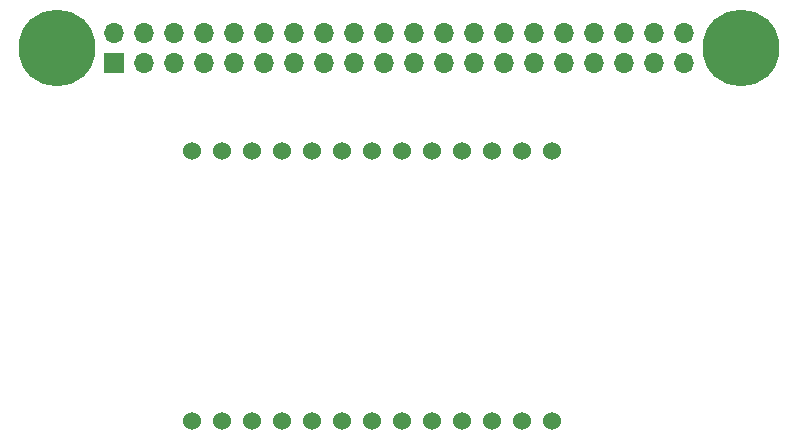
<source format=gbr>
%TF.GenerationSoftware,KiCad,Pcbnew,(7.0.0)*%
%TF.CreationDate,2023-07-17T15:43:14+02:00*%
%TF.ProjectId,SupportPizero,53757070-6f72-4745-9069-7a65726f2e6b,rev?*%
%TF.SameCoordinates,Original*%
%TF.FileFunction,Soldermask,Bot*%
%TF.FilePolarity,Negative*%
%FSLAX46Y46*%
G04 Gerber Fmt 4.6, Leading zero omitted, Abs format (unit mm)*
G04 Created by KiCad (PCBNEW (7.0.0)) date 2023-07-17 15:43:14*
%MOMM*%
%LPD*%
G01*
G04 APERTURE LIST*
%ADD10R,1.700000X1.700000*%
%ADD11O,1.700000X1.700000*%
%ADD12C,6.500000*%
%ADD13C,1.524000*%
G04 APERTURE END LIST*
D10*
%TO.C,REF\u002A\u002A*%
X59039999Y-57999999D03*
D11*
X59039999Y-55459999D03*
X61579999Y-57999999D03*
X61579999Y-55459999D03*
X64119999Y-57999999D03*
X64119999Y-55459999D03*
X66659999Y-57999999D03*
X66659999Y-55459999D03*
X69199999Y-57999999D03*
X69199999Y-55459999D03*
X71739999Y-57999999D03*
X71739999Y-55459999D03*
X74279999Y-57999999D03*
X74279999Y-55459999D03*
X76819999Y-57999999D03*
X76819999Y-55459999D03*
X79359999Y-57999999D03*
X79359999Y-55459999D03*
X81899999Y-57999999D03*
X81899999Y-55459999D03*
X84439999Y-57999999D03*
X84439999Y-55459999D03*
X86979999Y-57999999D03*
X86979999Y-55459999D03*
X89519999Y-57999999D03*
X89519999Y-55459999D03*
X92059999Y-57999999D03*
X92059999Y-55459999D03*
X94599999Y-57999999D03*
X94599999Y-55459999D03*
X97139999Y-57999999D03*
X97139999Y-55459999D03*
X99679999Y-57999999D03*
X99679999Y-55459999D03*
X102219999Y-57999999D03*
X102219999Y-55459999D03*
X104759999Y-57999999D03*
X104759999Y-55459999D03*
X107299999Y-57999999D03*
X107299999Y-55459999D03*
%TD*%
D12*
%TO.C,REF\u002A\u002A*%
X54229000Y-56769000D03*
%TD*%
%TO.C,REF\u002A\u002A*%
X112141000Y-56769000D03*
%TD*%
D13*
%TO.C,Alhora*%
X96080000Y-65500000D03*
X93540000Y-65500000D03*
X91000000Y-65500000D03*
X85920000Y-65500000D03*
X83380000Y-65500000D03*
X80840000Y-65500000D03*
X78300000Y-65500000D03*
X75760000Y-65500000D03*
X73220000Y-65500000D03*
X70680000Y-65500000D03*
X68140000Y-65500000D03*
X65600000Y-65500000D03*
X93540000Y-88360000D03*
X96080000Y-88360000D03*
X91000000Y-88360000D03*
X88460000Y-88360000D03*
X85920000Y-88360000D03*
X78300000Y-88360000D03*
X75760000Y-88360000D03*
X73220000Y-88360000D03*
X70680000Y-88360000D03*
X68140000Y-88360000D03*
X65600000Y-88360000D03*
X88460000Y-65500000D03*
X83380000Y-88360000D03*
X80840000Y-88360000D03*
%TD*%
M02*

</source>
